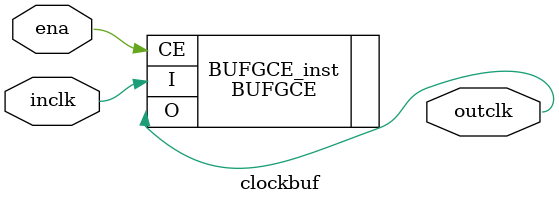
<source format=v>
module clockbuf (
	ena,
	inclk,
	outclk);

	input	  ena;
	input	  inclk;
	output	  outclk;

	BUFGCE BUFGCE_inst(	
				.O(outclk),
				.I(inclk),				
				.CE(ena)
				);

endmodule

</source>
